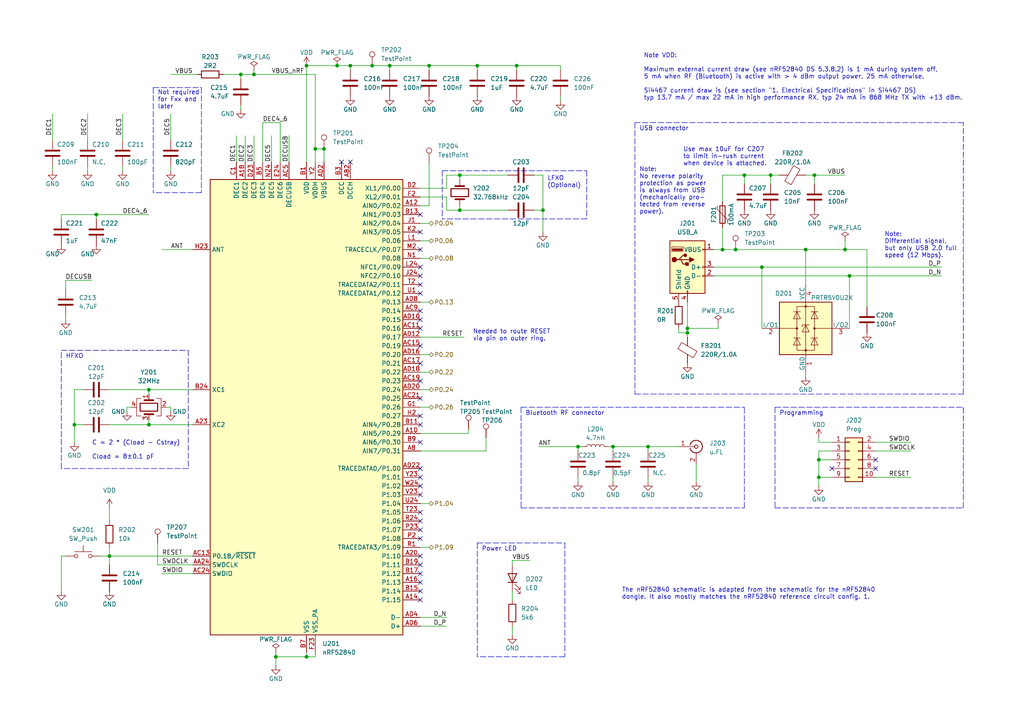
<source format=kicad_sch>
(kicad_sch (version 20211123) (generator eeschema)
  (paper "A4")
  (title_block (title "MCU"))
  (junction (at 88.9 190.5))
  (junction (at 27.94 62.23))
  (junction (at 73.66 21.59))
  (junction (at 113.03 19.05))
  (junction (at 209.55 72.39))
  (junction (at 133.35 50.8))
  (junction (at 149.86 19.05))
  (junction (at 246.38 80.01))
  (junction (at 80.01 190.5))
  (junction (at 69.85 21.59))
  (junction (at 236.22 50.8))
  (junction (at 93.98 43.18))
  (junction (at 215.9 50.8))
  (junction (at 31.75 161.29))
  (junction (at 245.11 72.39))
  (junction (at 88.9 19.05))
  (junction (at 199.39 96.52))
  (junction (at 157.48 60.96))
  (junction (at 43.18 123.19))
  (junction (at 21.59 123.19))
  (junction (at 101.6 19.05))
  (junction (at 124.46 19.05))
  (junction (at 138.43 19.05))
  (junction (at 223.52 50.8))
  (junction (at 43.18 113.03))
  (junction (at 199.39 95.25))
  (junction (at 167.64 129.54))
  (junction (at 133.35 60.96))
  (junction (at 237.49 133.35))
  (junction (at 213.36 72.39))
  (junction (at 107.95 19.05))
  (junction (at 233.68 72.39))
  (junction (at 187.96 129.54))
  (junction (at 91.44 43.18))
  (junction (at 177.8 129.54))
  (junction (at 237.49 138.43))
  (junction (at 220.98 77.47))
  (junction (at 97.79 19.05))
  (no_connect (at 121.92 138.43))
  (no_connect (at 101.6 46.99))
  (no_connect (at 121.92 72.39))
  (no_connect (at 121.92 163.83))
  (no_connect (at 121.92 95.25))
  (no_connect (at 121.92 151.13))
  (no_connect (at 121.92 148.59))
  (no_connect (at 121.92 166.37))
  (no_connect (at 121.92 105.41))
  (no_connect (at 121.92 67.31))
  (no_connect (at 121.92 62.23))
  (no_connect (at 121.92 143.51))
  (no_connect (at 121.92 110.49))
  (no_connect (at 121.92 173.99))
  (no_connect (at 121.92 85.09))
  (no_connect (at 121.92 80.01))
  (no_connect (at 121.92 77.47))
  (no_connect (at 121.92 82.55))
  (no_connect (at 121.92 156.21))
  (no_connect (at 121.92 161.29))
  (no_connect (at 121.92 115.57))
  (no_connect (at 121.92 153.67))
  (no_connect (at 254 135.89))
  (no_connect (at 254 133.35))
  (no_connect (at 241.3 135.89))
  (no_connect (at 121.92 135.89))
  (no_connect (at 121.92 171.45))
  (no_connect (at 99.06 46.99))
  (no_connect (at 121.92 140.97))
  (no_connect (at 121.92 90.17))
  (no_connect (at 121.92 123.19))
  (no_connect (at 121.92 92.71))
  (no_connect (at 121.92 128.27))
  (no_connect (at 121.92 120.65))
  (no_connect (at 121.92 100.33))
  (no_connect (at 121.92 168.91))
  (wire (pts (xy 157.48 60.96) (xy 157.48 67.31)))
  (wire (pts (xy 254 130.81) (xy 264.16 130.81)))
  (wire (pts (xy 121.92 57.15) (xy 129.54 57.15)))
  (wire (pts (xy 36.83 118.11) (xy 36.83 119.38)))
  (wire (pts (xy 167.64 130.81) (xy 167.64 129.54)))
  (wire (pts (xy 81.28 35.56) (xy 76.2 35.56)))
  (wire (pts (xy 148.59 162.56) (xy 153.67 162.56)))
  (wire (pts (xy 69.85 30.48) (xy 69.85 31.75)))
  (wire (pts (xy 19.05 83.82) (xy 19.05 81.28)))
  (wire (pts (xy 215.9 53.34) (xy 215.9 50.8)))
  (polyline (pts (xy 128.27 49.53) (xy 170.18 49.53)))
  (wire (pts (xy 45.72 163.83) (xy 55.88 163.83)))
  (wire (pts (xy 124.46 19.05) (xy 138.43 19.05)))
  (wire (pts (xy 207.01 72.39) (xy 209.55 72.39)))
  (polyline (pts (xy 279.4 35.56) (xy 184.15 35.56)))
  (wire (pts (xy 91.44 189.23) (xy 91.44 190.5)))
  (wire (pts (xy 187.96 129.54) (xy 187.96 130.81)))
  (wire (pts (xy 121.92 87.63) (xy 124.46 87.63)))
  (wire (pts (xy 15.24 33.02) (xy 15.24 40.64)))
  (wire (pts (xy 129.54 50.8) (xy 133.35 50.8)))
  (wire (pts (xy 80.01 190.5) (xy 88.9 190.5)))
  (wire (pts (xy 80.01 189.23) (xy 80.01 190.5)))
  (wire (pts (xy 45.72 163.83) (xy 45.72 157.48)))
  (polyline (pts (xy 58.42 25.4) (xy 58.42 55.88)))
  (wire (pts (xy 246.38 95.25) (xy 246.38 80.01)))
  (wire (pts (xy 71.12 39.37) (xy 71.12 46.99)))
  (polyline (pts (xy 163.83 190.5) (xy 138.43 190.5)))
  (polyline (pts (xy 184.15 35.56) (xy 184.15 114.3)))
  (wire (pts (xy 233.68 107.95) (xy 233.68 109.22)))
  (wire (pts (xy 148.59 171.45) (xy 148.59 173.99)))
  (polyline (pts (xy 54.61 101.6) (xy 54.61 135.89)))
  (polyline (pts (xy 128.27 49.53) (xy 128.27 63.5)))
  (wire (pts (xy 76.2 35.56) (xy 76.2 46.99)))
  (wire (pts (xy 49.53 118.11) (xy 48.26 118.11)))
  (wire (pts (xy 43.18 121.92) (xy 43.18 123.19)))
  (polyline (pts (xy 224.79 147.32) (xy 279.4 147.32)))
  (wire (pts (xy 17.78 171.45) (xy 17.78 161.29)))
  (polyline (pts (xy 224.79 118.11) (xy 224.79 147.32)))
  (wire (pts (xy 49.53 48.26) (xy 49.53 49.53)))
  (wire (pts (xy 246.38 80.01) (xy 273.05 80.01)))
  (wire (pts (xy 19.05 81.28) (xy 26.67 81.28)))
  (polyline (pts (xy 224.79 118.11) (xy 279.4 118.11)))
  (polyline (pts (xy 17.78 101.6) (xy 54.61 101.6)))
  (wire (pts (xy 254 128.27) (xy 264.16 128.27)))
  (wire (pts (xy 187.96 129.54) (xy 196.85 129.54)))
  (polyline (pts (xy 44.45 25.4) (xy 44.45 55.88)))
  (wire (pts (xy 93.98 43.18) (xy 91.44 43.18)))
  (wire (pts (xy 236.22 50.8) (xy 236.22 53.34)))
  (wire (pts (xy 245.11 69.85) (xy 245.11 72.39)))
  (polyline (pts (xy 279.4 147.32) (xy 279.4 118.11)))
  (wire (pts (xy 121.92 179.07) (xy 129.54 179.07)))
  (wire (pts (xy 135.89 125.73) (xy 135.89 124.46)))
  (polyline (pts (xy 138.43 157.48) (xy 138.43 190.5)))
  (wire (pts (xy 129.54 60.96) (xy 133.35 60.96)))
  (wire (pts (xy 148.59 181.61) (xy 148.59 184.15)))
  (wire (pts (xy 121.92 74.93) (xy 124.46 74.93)))
  (wire (pts (xy 241.3 133.35) (xy 237.49 133.35)))
  (wire (pts (xy 49.53 33.02) (xy 49.53 40.64)))
  (wire (pts (xy 31.75 113.03) (xy 43.18 113.03)))
  (wire (pts (xy 121.92 59.69) (xy 124.46 59.69)))
  (wire (pts (xy 176.53 129.54) (xy 177.8 129.54)))
  (wire (pts (xy 24.13 113.03) (xy 21.59 113.03)))
  (wire (pts (xy 149.86 19.05) (xy 162.56 19.05)))
  (wire (pts (xy 49.53 119.38) (xy 49.53 118.11)))
  (wire (pts (xy 64.77 21.59) (xy 69.85 21.59)))
  (wire (pts (xy 162.56 27.94) (xy 162.56 29.21)))
  (wire (pts (xy 43.18 113.03) (xy 55.88 113.03)))
  (wire (pts (xy 207.01 77.47) (xy 220.98 77.47)))
  (wire (pts (xy 35.56 33.02) (xy 35.56 40.64)))
  (wire (pts (xy 73.66 39.37) (xy 73.66 46.99)))
  (wire (pts (xy 177.8 139.7) (xy 177.8 138.43)))
  (wire (pts (xy 17.78 62.23) (xy 27.94 62.23)))
  (wire (pts (xy 17.78 62.23) (xy 17.78 63.5)))
  (wire (pts (xy 162.56 20.32) (xy 162.56 19.05)))
  (wire (pts (xy 233.68 72.39) (xy 245.11 72.39)))
  (wire (pts (xy 121.92 102.87) (xy 124.46 102.87)))
  (wire (pts (xy 121.92 113.03) (xy 124.46 113.03)))
  (wire (pts (xy 91.44 190.5) (xy 88.9 190.5)))
  (wire (pts (xy 21.59 123.19) (xy 21.59 128.27)))
  (polyline (pts (xy 138.43 157.48) (xy 163.83 157.48)))
  (wire (pts (xy 21.59 113.03) (xy 21.59 123.19)))
  (wire (pts (xy 121.92 130.81) (xy 140.97 130.81)))
  (polyline (pts (xy 54.61 135.89) (xy 17.78 135.89)))
  (wire (pts (xy 209.55 50.8) (xy 215.9 50.8)))
  (wire (pts (xy 233.68 82.55) (xy 233.68 72.39)))
  (wire (pts (xy 133.35 50.8) (xy 133.35 52.07)))
  (wire (pts (xy 88.9 189.23) (xy 88.9 190.5)))
  (wire (pts (xy 38.1 118.11) (xy 36.83 118.11)))
  (wire (pts (xy 101.6 19.05) (xy 107.95 19.05)))
  (wire (pts (xy 209.55 72.39) (xy 213.36 72.39)))
  (wire (pts (xy 31.75 147.32) (xy 31.75 151.13)))
  (wire (pts (xy 113.03 19.05) (xy 113.03 20.32)))
  (wire (pts (xy 121.92 107.95) (xy 124.46 107.95)))
  (wire (pts (xy 25.4 33.02) (xy 25.4 40.64)))
  (wire (pts (xy 107.95 19.05) (xy 113.03 19.05)))
  (wire (pts (xy 199.39 95.25) (xy 199.39 96.52)))
  (wire (pts (xy 31.75 158.75) (xy 31.75 161.29)))
  (polyline (pts (xy 151.13 118.11) (xy 151.13 147.32)))
  (wire (pts (xy 121.92 69.85) (xy 124.46 69.85)))
  (wire (pts (xy 93.98 46.99) (xy 93.98 43.18)))
  (wire (pts (xy 35.56 48.26) (xy 35.56 49.53)))
  (wire (pts (xy 49.53 21.59) (xy 57.15 21.59)))
  (wire (pts (xy 97.79 19.05) (xy 101.6 19.05)))
  (wire (pts (xy 129.54 57.15) (xy 129.54 60.96)))
  (wire (pts (xy 245.11 72.39) (xy 251.46 72.39)))
  (wire (pts (xy 199.39 96.52) (xy 199.39 97.79)))
  (wire (pts (xy 27.94 62.23) (xy 27.94 63.5)))
  (wire (pts (xy 73.66 20.32) (xy 73.66 21.59)))
  (wire (pts (xy 148.59 163.83) (xy 148.59 162.56)))
  (wire (pts (xy 133.35 60.96) (xy 133.35 59.69)))
  (wire (pts (xy 80.01 190.5) (xy 80.01 193.04)))
  (wire (pts (xy 157.48 50.8) (xy 157.48 60.96)))
  (wire (pts (xy 140.97 130.81) (xy 140.97 127)))
  (wire (pts (xy 43.18 114.3) (xy 43.18 113.03)))
  (wire (pts (xy 21.59 123.19) (xy 24.13 123.19)))
  (wire (pts (xy 213.36 72.39) (xy 233.68 72.39)))
  (wire (pts (xy 237.49 130.81) (xy 237.49 133.35)))
  (wire (pts (xy 69.85 21.59) (xy 73.66 21.59)))
  (wire (pts (xy 133.35 60.96) (xy 147.32 60.96)))
  (wire (pts (xy 81.28 46.99) (xy 81.28 35.56)))
  (polyline (pts (xy 151.13 118.11) (xy 215.9 118.11)))
  (wire (pts (xy 121.92 64.77) (xy 124.46 64.77)))
  (wire (pts (xy 177.8 129.54) (xy 187.96 129.54)))
  (wire (pts (xy 121.92 146.05) (xy 124.46 146.05)))
  (wire (pts (xy 124.46 19.05) (xy 124.46 20.32)))
  (wire (pts (xy 121.92 54.61) (xy 129.54 54.61)))
  (wire (pts (xy 215.9 50.8) (xy 223.52 50.8)))
  (wire (pts (xy 101.6 19.05) (xy 101.6 20.32)))
  (wire (pts (xy 91.44 21.59) (xy 91.44 43.18)))
  (wire (pts (xy 124.46 59.69) (xy 124.46 46.99)))
  (wire (pts (xy 69.85 21.59) (xy 69.85 22.86)))
  (wire (pts (xy 133.35 50.8) (xy 147.32 50.8)))
  (wire (pts (xy 68.58 39.37) (xy 68.58 46.99)))
  (wire (pts (xy 73.66 21.59) (xy 91.44 21.59)))
  (wire (pts (xy 236.22 50.8) (xy 245.11 50.8)))
  (wire (pts (xy 15.24 48.26) (xy 15.24 49.53)))
  (wire (pts (xy 88.9 19.05) (xy 97.79 19.05)))
  (wire (pts (xy 129.54 54.61) (xy 129.54 50.8)))
  (polyline (pts (xy 279.4 114.3) (xy 279.4 35.56)))
  (polyline (pts (xy 58.42 55.88) (xy 44.45 55.88)))
  (wire (pts (xy 91.44 43.18) (xy 91.44 46.99)))
  (wire (pts (xy 43.18 123.19) (xy 31.75 123.19)))
  (wire (pts (xy 121.92 125.73) (xy 135.89 125.73)))
  (wire (pts (xy 27.94 62.23) (xy 43.18 62.23)))
  (wire (pts (xy 167.64 129.54) (xy 168.91 129.54)))
  (wire (pts (xy 149.86 20.32) (xy 149.86 19.05)))
  (wire (pts (xy 83.82 39.37) (xy 83.82 46.99)))
  (wire (pts (xy 209.55 50.8) (xy 209.55 58.42)))
  (wire (pts (xy 29.21 161.29) (xy 31.75 161.29)))
  (wire (pts (xy 121.92 118.11) (xy 124.46 118.11)))
  (polyline (pts (xy 44.45 25.4) (xy 58.42 25.4)))
  (wire (pts (xy 223.52 50.8) (xy 226.06 50.8)))
  (wire (pts (xy 149.86 19.05) (xy 138.43 19.05)))
  (polyline (pts (xy 170.18 63.5) (xy 128.27 63.5)))
  (wire (pts (xy 31.75 161.29) (xy 55.88 161.29)))
  (wire (pts (xy 207.01 80.01) (xy 246.38 80.01)))
  (wire (pts (xy 46.99 166.37) (xy 55.88 166.37)))
  (wire (pts (xy 43.18 123.19) (xy 55.88 123.19)))
  (wire (pts (xy 121.92 158.75) (xy 124.46 158.75)))
  (wire (pts (xy 88.9 19.05) (xy 88.9 46.99)))
  (wire (pts (xy 121.92 97.79) (xy 134.62 97.79)))
  (wire (pts (xy 167.64 139.7) (xy 167.64 138.43)))
  (wire (pts (xy 237.49 138.43) (xy 241.3 138.43)))
  (wire (pts (xy 233.68 50.8) (xy 236.22 50.8)))
  (wire (pts (xy 237.49 133.35) (xy 237.49 138.43)))
  (wire (pts (xy 199.39 95.25) (xy 208.28 95.25)))
  (polyline (pts (xy 170.18 49.53) (xy 170.18 63.5)))
  (wire (pts (xy 209.55 66.04) (xy 209.55 72.39)))
  (wire (pts (xy 78.74 39.37) (xy 78.74 46.99)))
  (wire (pts (xy 157.48 60.96) (xy 154.94 60.96)))
  (wire (pts (xy 223.52 50.8) (xy 223.52 53.34)))
  (wire (pts (xy 187.96 139.7) (xy 187.96 138.43)))
  (wire (pts (xy 201.93 134.62) (xy 201.93 139.7)))
  (wire (pts (xy 254 138.43) (xy 264.16 138.43)))
  (wire (pts (xy 196.85 95.25) (xy 196.85 96.52)))
  (wire (pts (xy 138.43 19.05) (xy 138.43 20.32)))
  (wire (pts (xy 25.4 48.26) (xy 25.4 49.53)))
  (wire (pts (xy 121.92 181.61) (xy 129.54 181.61)))
  (wire (pts (xy 220.98 77.47) (xy 273.05 77.47)))
  (wire (pts (xy 237.49 127) (xy 237.49 128.27)))
  (wire (pts (xy 31.75 161.29) (xy 31.75 163.83)))
  (wire (pts (xy 220.98 95.25) (xy 220.98 77.47)))
  (wire (pts (xy 17.78 161.29) (xy 19.05 161.29)))
  (wire (pts (xy 251.46 72.39) (xy 251.46 88.9)))
  (polyline (pts (xy 215.9 147.32) (xy 215.9 118.11)))
  (wire (pts (xy 208.28 93.98) (xy 208.28 95.25)))
  (wire (pts (xy 156.21 129.54) (xy 167.64 129.54)))
  (wire (pts (xy 177.8 129.54) (xy 177.8 130.81)))
  (wire (pts (xy 196.85 96.52) (xy 199.39 96.52)))
  (wire (pts (xy 113.03 19.05) (xy 124.46 19.05)))
  (wire (pts (xy 154.94 50.8) (xy 157.48 50.8)))
  (wire (pts (xy 199.39 87.63) (xy 199.39 95.25)))
  (wire (pts (xy 46.99 72.39) (xy 55.88 72.39)))
  (polyline (pts (xy 184.15 114.3) (xy 279.4 114.3)))
  (wire (pts (xy 237.49 140.97) (xy 237.49 138.43)))
  (wire (pts (xy 19.05 91.44) (xy 19.05 92.71)))
  (polyline (pts (xy 163.83 157.48) (xy 163.83 190.5)))
  (wire (pts (xy 241.3 130.81) (xy 237.49 130.81)))
  (polyline (pts (xy 17.78 135.89) (xy 17.78 101.6)))
  (wire (pts (xy 237.49 128.27) (xy 241.3 128.27)))
  (polyline (pts (xy 151.13 147.32) (xy 215.9 147.32)))
  (text "Programming" (at 226.06 120.65 0) (effects (font (size 1.27 1.27)) (justify left bottom)))
  (text "USB connector" (at 185.42 38.1 0) (effects (font (size 1.27 1.27)) (justify left bottom)))
  (text "C = 2 * (Cload - Cstray)\n\nCload = 8±0.1 pF" (at 26.67 133.35 0) (effects (font (size 1.27 1.27)) (justify left bottom)))
  (text "Note VDD:\n\nMaximum external current draw (see nRF52840 DS 5.3.8.2) is 1 mA during system off, \n5 mA when RF (Bluetooth) is active with > 4 dBm output power, 25 mA otherwise.\n\nSi4467 current draw is (see section \"1. Electrical Specifications\" in Si4467 DS) \ntyp 13.7 mA / max 22 mA in high performance RX, typ 24 mA in 868 MHz TX with +13 dBm." (at 186.69 29.21 0) (effects (font (size 1.27 1.27)) (justify left bottom)))
  (text "Not required\nfor Fxx and\nlater" (at 45.72 31.75 0) (effects (font (size 1.27 1.27)) (justify left bottom)))
  (text "The nRF52840 schematic is adapted from the schematic for the nRF52840\ndongle. It also mostly matches the nRF52840 reference circuit config. 1." (at 180.34 173.99 0) (effects (font (size 1.27 1.27)) (justify left bottom)))
  (text "HFXO" (at 19.05 104.14 0) (effects (font (size 1.27 1.27)) (justify left bottom)))
  (text "Note:\nNo reverse polarity\nprotection as power\nis always from USB\n(mechanically pro-\ntected from reverse\npower)." (at 185.42 62.23 0) (effects (font (size 1.27 1.27)) (justify left bottom)))
  (text "Power LED" (at 139.7 160.02 0) (effects (font (size 1.27 1.27)) (justify left bottom)))
  (text "LFXO\n(Optional)" (at 158.75 54.61 0) (effects (font (size 1.27 1.27)) (justify left bottom)))
  (text "Note:\nDifferential signal,\nbut only USB 2.0 full\nspeed (12 Mbps)." (at 256.54 74.93 0) (effects (font (size 1.27 1.27)) (justify left bottom)))
  (text "Bluetooth RF connector" (at 152.4 120.65 0) (effects (font (size 1.27 1.27)) (justify left bottom)))
  (text "Needed to route RESET\nvia pin on outer ring." (at 137.16 99.06 0) (effects (font (size 1.27 1.27)) (justify left bottom)))
  (text "Use max 10uF for C207\nto limit in-rush current\nwhen device is attached." (at 198.12 48.26 0) (effects (font (size 1.27 1.27)) (justify left bottom)))
  (label "ANT" (at 49.53 72.39 0))
  (label "DEC2" (at 71.12 46.99 90))
  (label "D_N" (at 125.73 179.07 0))
  (label "ANT" (at 156.21 129.54 0))
  (label "DEC5" (at 49.53 39.37 90))
  (label "VBUS_nRF" (at 78.74 21.59 0))
  (label "RESET" (at 128.27 97.79 0))
  (label "VBUS" (at 50.8 21.59 0))
  (label "D_P" (at 269.24 77.47 0))
  (label "D_N" (at 269.24 80.01 0))
  (label "SWDCLK" (at 257.81 130.81 0))
  (label "D_P" (at 125.73 181.61 0))
  (label "DEC4_6" (at 76.2 35.56 0))
  (label "DEC2" (at 25.4 39.37 90))
  (label "DEC4_6" (at 35.56 62.23 0))
  (label "DEC3" (at 73.66 46.99 90))
  (label "RESET" (at 257.81 138.43 0))
  (label "VBUS" (at 240.03 50.8 0))
  (label "DEC1" (at 68.58 46.99 90))
  (label "RESET" (at 46.99 161.29 0))
  (label "SWDIO" (at 46.99 166.37 0))
  (label "DEC5" (at 78.74 46.99 90))
  (label "DECUSB" (at 26.67 81.28 180))
  (label "SWDCLK" (at 46.99 163.83 0))
  (label "DECUSB" (at 83.82 46.99 90))
  (label "DEC1" (at 15.24 39.37 90))
  (label "SWDIO" (at 257.81 128.27 0))
  (label "VBUS" (at 148.59 162.56 0))
  (label "DEC3" (at 35.56 39.37 90))
  (hierarchical_label "P1.09" (shape bidirectional) (at 124.46 158.75 0))
  (hierarchical_label "P1.04" (shape bidirectional) (at 124.46 146.05 0))
  (hierarchical_label "P0.26" (shape bidirectional) (at 124.46 118.11 0))
  (hierarchical_label "P0.13" (shape bidirectional) (at 124.46 87.63 0))
  (hierarchical_label "P0.08" (shape bidirectional) (at 124.46 74.93 0))
  (hierarchical_label "P0.22" (shape bidirectional) (at 124.46 107.95 0))
  (hierarchical_label "P0.20" (shape bidirectional) (at 124.46 102.87 0))
  (hierarchical_label "P0.04" (shape bidirectional) (at 124.46 64.77 0))
  (hierarchical_label "P0.06" (shape bidirectional) (at 124.46 69.85 0))
  (hierarchical_label "P0.24" (shape bidirectional) (at 124.46 113.03 0))
  (symbol (lib_id "Device:Polyfuse") (at 209.55 62.23 0) (unit 1)
    (property "Reference" "F201" (at 207.01 62.23 90))
    (property "Value" "100mA" (at 212.09 62.23 90))
    (property "Footprint" "Fuse:Fuse_0603_1608Metric" (effects hide))
    (property "Datasheet" "https://datasheet.lcsc.com/lcsc/1809211423_TECHFUSE-SMD0603-010_C70047.pdf" (effects hide))
    (property "Description" "15V 100mA 40A 300mA 0603" (effects hide))
    (property "LCSC" "C70047" (effects hide))
    (property "Manufacturer" "TECHFUSE" (effects hide))
    (property "Part Number" "SMD0603-010" (effects hide))
    (property "Comment" "100mA is max we are allowed to draw without negatiation; host side should also have a fuse (at higher current)." (effects hide))
  )
  (symbol (lib_id "power:GND") (at 25.4 49.53 0) (unit 1)
    (property "Reference" "#PWR0214" (effects hide))
    (property "Value" "GND" (at 25.4 53.34 0))
  )
  (symbol (lib_id "Device:R") (at 60.96 21.59 90) (unit 1)
    (property "Reference" "R203" (at 60.96 16.51 90))
    (property "Value" "2R2" (at 60.96 19.05 90))
    (property "Footprint" "Resistor_SMD:R_0201_0603Metric" (effects hide))
    (property "LCSC" "C247442" (effects hide))
    (property "Manufacturer" "Uniroyal Elec" (effects hide))
    (property "Part Number" "0201WMF220KTCE" (effects hide))
  )
  (symbol (lib_id "Device:C") (at 31.75 167.64 0) (unit 1)
    (property "Reference" "C214" (at 35.56 166.3699 0) (effects (justify left)))
    (property "Value" "100nF" (at 35.56 168.9099 0) (effects (justify left)))
    (property "Footprint" "Capacitor_SMD:C_0201_0603Metric" (effects hide))
    (property "Description" "25V 100nF X5R ±10% 0201" (effects hide))
    (property "LCSC" "C76939" (effects hide))
    (property "Manufacturer" "Murata Electronics" (effects hide))
    (property "Part Number" "GRM033R61E104KE14D" (effects hide))
  )
  (symbol (lib_id "Device:R") (at 31.75 154.94 0) (unit 1)
    (property "Reference" "R202" (at 34.29 153.6699 0) (effects (justify left)))
    (property "Value" "10k" (at 34.29 156.2099 0) (effects (justify left)))
    (property "Footprint" "Resistor_SMD:R_0402_1005Metric" (effects hide))
    (property "Comment" "JLCPCB basic part" (effects hide))
    (property "LCSC" "C25744" (effects hide))
    (property "Manufacturer" "Uniroyal Elec" (effects hide))
    (property "Part Number" "0402WGF1002TCE" (effects hide))
  )
  (symbol (lib_id "Connector:TestPoint") (at 107.95 19.05 0) (unit 1)
    (property "Reference" "TP202" (at 110.49 14.4779 0) (effects (justify left)))
    (property "Value" "TestPoint" (at 110.49 17.0179 0) (effects (justify left)))
    (property "Footprint" "TestPoint:TestPoint_Pad_D1.0mm" (effects hide))
  )
  (symbol (lib_id "Device:C") (at 69.85 26.67 0) (unit 1)
    (property "Reference" "C215" (at 60.96 25.4 0) (effects (justify left)))
    (property "Value" "4.7uF" (at 60.96 27.94 0) (effects (justify left)))
    (property "Footprint" "Capacitor_SMD:C_0402_1005Metric" (effects hide))
    (property "Comment" "JLCPCB basic part; nRF52 dongle has ±20% 0402 here" (effects hide))
    (property "Description" "10V 4.7uF X5R ±20% 0402" (effects hide))
    (property "LCSC" "C23733" (effects hide))
    (property "Manufacturer" "Samsung Electro-Mechanics" (effects hide))
    (property "Part Number" "CL05A475MP5NRNC" (effects hide))
  )
  (symbol (lib_id "power:GND") (at 148.59 184.15 0) (unit 1)
    (property "Reference" "#PWR0235" (effects hide))
    (property "Value" "GND" (at 148.59 187.96 0))
  )
  (symbol (lib_id "power:GND") (at 113.03 27.94 0) (unit 1)
    (property "Reference" "#PWR0223" (effects hide))
    (property "Value" "GND" (at 113.03 31.75 0))
  )
  (symbol (lib_id "power:GND") (at 36.83 119.38 0) (unit 1)
    (property "Reference" "#PWR0202" (effects hide))
    (property "Value" "GND" (at 34.29 119.38 0))
  )
  (symbol (lib_id "Device:FerriteBead") (at 199.39 101.6 0) (unit 1)
    (property "Reference" "FB201" (at 203.2 100.2791 0) (effects (justify left)))
    (property "Value" "220R/1.0A" (at 203.2 102.8191 0) (effects (justify left)))
    (property "Footprint" "Resistor_SMD:R_0402_1005Metric" (effects hide))
    (property "Datasheet" "https://datasheet.lcsc.com/lcsc/1811141857_microgate-MGLB1005M221T1R0-LF_C281196.pdf" (effects hide))
    (property "Comment" "nRF52 dongle uses Taiyo Yuden BKP0603HS121-T: Ferrite Bead, 120 Ohm @ 100MHz, 850mA, 150 mOhm Max" (effects hide))
    (property "Description" "220 Ω @ 100 MHz, 1000 mA, 150 mΩ max" (effects hide))
    (property "LCSC" "C281196" (effects hide))
    (property "Manufacturer" "microgate" (effects hide))
    (property "Part Number" "MGLB1005M221T1R0-LF " (effects hide))
  )
  (symbol (lib_id "Device:C") (at 162.56 24.13 0) (unit 1)
    (property "Reference" "C226" (at 166.37 22.8599 0) (effects (justify left)))
    (property "Value" "100nF" (at 166.37 25.3999 0) (effects (justify left)))
    (property "Footprint" "Capacitor_SMD:C_0201_0603Metric" (effects hide))
    (property "Description" "25V 100nF X5R ±10% 0201" (effects hide))
    (property "LCSC" "C76939" (effects hide))
    (property "Manufacturer" "Murata Electronics" (effects hide))
    (property "Part Number" "GRM033R61E104KE14D" (effects hide))
  )
  (symbol (lib_id "Device:C") (at 177.8 134.62 0) (unit 1)
    (property "Reference" "C224" (at 177.8 132.08 0) (effects (justify left)))
    (property "Value" "0.5pF" (at 177.8 137.16 0) (effects (justify left)))
    (property "Footprint" "Capacitor_SMD:C_0201_0603Metric" (effects hide))
    (property "LCSC" "C85920" (effects hide))
    (property "Manufacturer" "Murata Electronics" (effects hide))
    (property "Part Number" "GRM0335C1HR50BA01D" (effects hide))
    (property "Description" "50V 0.5pF C0G ±0.1pF 0201" (effects hide))
  )
  (symbol (lib_id "power:GND") (at 35.56 49.53 0) (unit 1)
    (property "Reference" "#PWR0217" (effects hide))
    (property "Value" "GND" (at 35.56 53.34 0))
  )
  (symbol (lib_id "power:GND") (at 124.46 27.94 0) (unit 1)
    (property "Reference" "#PWR0224" (effects hide))
    (property "Value" "GND" (at 124.46 31.75 0))
  )
  (symbol (lib_id "Device:C") (at 19.05 87.63 180) (unit 1)
    (property "Reference" "C213" (at 22.86 86.3599 0) (effects (justify right)))
    (property "Value" "4.7uF" (at 22.86 88.8999 0) (effects (justify right)))
    (property "Footprint" "Capacitor_SMD:C_0603_1608Metric" (effects hide))
    (property "Comment" "JLCPCB basic part; nRF52 dongle has ±10% 0603 here" (effects hide))
    (property "LCSC" "C19666" (effects hide))
    (property "Manufacturer" "Samsung Electro-Mechanics" (effects hide))
    (property "Part Number" "CL10A475KO8NNNC" (effects hide))
    (property "Description" "16V 4.7uF X5R ±10% 0603" (effects hide))
  )
  (symbol (lib_id "power:VDD") (at 88.9 19.05 0) (unit 1)
    (property "Reference" "#PWR0220" (effects hide))
    (property "Value" "VDD" (at 88.9 15.24 0))
  )
  (symbol (lib_id "Device:C") (at 236.22 57.15 0) (unit 1)
    (property "Reference" "C206" (at 240.03 55.8799 0) (effects (justify left)))
    (property "Value" "100nF" (at 240.03 58.4199 0) (effects (justify left)))
    (property "Footprint" "Capacitor_SMD:C_0201_0603Metric" (effects hide))
    (property "Description" "25V 100nF X5R ±10% 0201" (effects hide))
    (property "LCSC" "C76939" (effects hide))
    (property "Manufacturer" "Murata Electronics" (effects hide))
    (property "Part Number" "GRM033R61E104KE14D" (effects hide))
  )
  (symbol (lib_id "power:GND") (at 149.86 27.94 0) (unit 1)
    (property "Reference" "#PWR0229" (effects hide))
    (property "Value" "GND" (at 149.86 31.75 0))
  )
  (symbol (lib_id "Device:Crystal_GND24") (at 43.18 118.11 270) (unit 1)
    (property "Reference" "Y201" (at 43.18 107.95 90))
    (property "Value" "32MHz" (at 43.18 110.49 90))
    (property "Footprint" "Crystal:Crystal_SMD_2016-4Pin_2.0x1.6mm" (effects hide))
    (property "Datasheet" "https://www.murata.com/products/productdata/8801079197726/SPEC-XRCGB32M000F1H01R0.pdf" (effects hide))
    (property "LCSC" "C914155" (effects hide))
    (property "Manufacturer" "Murata" (effects hide))
    (property "Part Number" "XRCGB32M000F1H01R0 " (effects hide))
  )
  (symbol (lib_id "power:GND") (at 101.6 27.94 0) (unit 1)
    (property "Reference" "#PWR0222" (effects hide))
    (property "Value" "GND" (at 101.6 31.75 0))
  )
  (symbol (lib_id "Device:C") (at 49.53 44.45 0) (unit 1)
    (property "Reference" "C212" (at 50.8 41.91 0) (effects (justify left)))
    (property "Value" "820pF" (at 50.8 46.99 0) (effects (justify left)))
    (property "Footprint" "Capacitor_SMD:C_0201_0603Metric" (effects hide))
    (property "Comment" "Not required for nRF52840 Fxx and later" (effects hide))
    (property "Description" "25V 820pF X7R ±10% 0201" (effects hide))
    (property "LCSC" "C185597" (effects hide))
    (property "Manufacturer" "Murata Electronics" (effects hide))
    (property "Part Number" "GRM033R71E821KA01D" (effects hide))
  )
  (symbol (lib_id "power:GND") (at 187.96 139.7 0) (unit 1)
    (property "Reference" "#PWR0232" (effects hide))
    (property "Value" "GND" (at 187.96 143.51 0))
  )
  (symbol (lib_id "power:GND") (at 237.49 140.97 0) (unit 1)
    (property "Reference" "#PWR0234" (effects hide))
    (property "Value" "GND" (at 237.49 144.78 0))
  )
  (symbol (lib_id "Device:C") (at 113.03 24.13 0) (unit 1)
    (property "Reference" "C217" (at 116.84 22.8599 0) (effects (justify left)))
    (property "Value" "100nF" (at 116.84 25.3999 0) (effects (justify left)))
    (property "Footprint" "Capacitor_SMD:C_0201_0603Metric" (effects hide))
    (property "Description" "25V 100nF X5R ±10% 0201" (effects hide))
    (property "LCSC" "C76939" (effects hide))
    (property "Manufacturer" "Murata Electronics" (effects hide))
    (property "Part Number" "GRM033R61E104KE14D" (effects hide))
  )
  (symbol (lib_id "Device:C") (at 27.94 67.31 0) (unit 1) (in_bom no)
    (property "Reference" "C222" (at 29.21 64.77 0) (effects (justify left)))
    (property "Value" "47nF" (at 29.21 69.85 0) (effects (justify left)))
    (property "Footprint" "Capacitor_SMD:C_0201_0603Metric" (effects hide))
    (property "Description" "6.3V 47nF X5R ±10% 0201" (effects hide))
    (property "LCSC" "C126621" (effects hide))
    (property "Manufacturer" "Murata Electronics" (effects hide))
    (property "Part Number" "GRT033R60J473KE01D" (effects hide))
    (property "Comment" "Exists in dongle schematic, but N.C. in reference circuit from datasheet. Only relevant for DCDC mode." (effects hide))
  )
  (symbol (lib_id "Device:C") (at 151.13 60.96 90) (unit 1)
    (property "Reference" "C204" (at 151.13 57.15 90))
    (property "Value" "12pF" (at 151.13 64.77 90))
    (property "Footprint" "Capacitor_SMD:C_0402_1005Metric" (effects hide))
    (property "Description" "50V 12pF C0G ±1% 0402" (effects hide))
    (property "LCSC" "C161304" (effects hide))
    (property "Manufacturer" "Murata Electronics" (effects hide))
    (property "Part Number" "GJM1555C1H120FB01D" (effects hide))
    (property "Comment" "Alternative at JLCPCB: C393682 / GCM1555C1H120FA16D" (effects hide))
  )
  (symbol (lib_id "power:PWR_FLAG") (at 73.66 20.32 0) (unit 1)
    (property "Reference" "#FLG0102" (effects hide))
    (property "Value" "PWR_FLAG" (at 73.66 16.51 0))
  )
  (symbol (lib_id "power:GND") (at 138.43 27.94 0) (unit 1)
    (property "Reference" "#PWR0226" (effects hide))
    (property "Value" "GND" (at 138.43 31.75 0))
  )
  (symbol (lib_id "power:GND") (at 21.59 128.27 0) (unit 1)
    (property "Reference" "#PWR0201" (effects hide))
    (property "Value" "GND" (at 21.59 132.08 0))
  )
  (symbol (lib_id "Connector_Generic:Conn_02x05_Odd_Even") (at 246.38 133.35 0) (unit 1)
    (property "Reference" "J202" (at 247.65 121.92 0))
    (property "Value" "Prog" (at 247.65 124.46 0))
    (property "Footprint" "Connector_PinHeader_1.27mm:PinHeader_2x05_P1.27mm_Vertical_SMD" (effects hide))
  )
  (symbol (lib_id "power:GND") (at 199.39 105.41 0) (unit 1)
    (property "Reference" "#PWR0205" (effects hide))
    (property "Value" "GND" (at 199.39 109.22 0))
  )
  (symbol (lib_id "Connector:TestPoint") (at 135.89 124.46 0) (unit 1)
    (property "Reference" "TP205" (at 133.35 119.38 0) (effects (justify left)))
    (property "Value" "TestPoint" (at 133.35 116.84 0) (effects (justify left)))
    (property "Footprint" "TestPoint:TestPoint_Pad_D1.0mm" (effects hide))
  )
  (symbol (lib_id "Device:C") (at 223.52 57.15 0) (unit 1)
    (property "Reference" "C205" (at 227.33 55.8799 0) (effects (justify left)))
    (property "Value" "10nF" (at 227.33 58.4199 0) (effects (justify left)))
    (property "Footprint" "Capacitor_SMD:C_0201_0603Metric" (effects hide))
    (property "Description" "25V 10nF X7R ±10% 0201" (effects hide))
    (property "LCSC" "C85930" (effects hide))
    (property "Manufacturer" "Murata Electronics" (effects hide))
    (property "Part Number" "GRM033R71E103KE14D" (effects hide))
  )
  (symbol (lib_id "power:GND") (at 201.93 139.7 0) (unit 1)
    (property "Reference" "#PWR0227" (effects hide))
    (property "Value" "GND" (at 201.93 143.51 0))
  )
  (symbol (lib_id "Device:C") (at 15.24 44.45 0) (unit 1)
    (property "Reference" "C209" (at 16.51 41.91 0) (effects (justify left)))
    (property "Value" "100nF" (at 16.51 46.99 0) (effects (justify left)))
    (property "Footprint" "Capacitor_SMD:C_0201_0603Metric" (effects hide))
    (property "Description" "25V 100nF X5R ±10% 0201" (effects hide))
    (property "LCSC" "C76939" (effects hide))
    (property "Manufacturer" "Murata Electronics" (effects hide))
    (property "Part Number" "GRM033R61E104KE14D" (effects hide))
  )
  (symbol (lib_id "power:PWR_FLAG") (at 208.28 93.98 0) (unit 1)
    (property "Reference" "#FLG0101" (effects hide))
    (property "Value" "PWR_FLAG" (at 208.28 90.17 0))
  )
  (symbol (lib_id "Device:C") (at 187.96 134.62 0) (unit 1) (in_bom no)
    (property "Reference" "C225" (at 187.96 132.08 0) (effects (justify left)))
    (property "Value" "N.C." (at 189.23 137.16 0) (effects (justify left)))
    (property "Footprint" "Capacitor_SMD:C_0201_0603Metric" (effects hide))
  )
  (symbol (lib_id "Device:C") (at 27.94 123.19 90) (unit 1)
    (property "Reference" "C202" (at 27.94 116.84 90))
    (property "Value" "12pF" (at 27.94 119.38 90))
    (property "Footprint" "Capacitor_SMD:C_0402_1005Metric" (effects hide))
    (property "Description" "50V 12pF C0G ±1% 0402" (effects hide))
    (property "LCSC" "C161304" (effects hide))
    (property "Manufacturer" "Murata Electronics" (effects hide))
    (property "Part Number" "GJM1555C1H120FB01D" (effects hide))
    (property "Comment" "Alternative at JLCPCB: C393682 / GCM1555C1H120FA16D" (effects hide))
  )
  (symbol (lib_id "Device:C") (at 151.13 50.8 270) (unit 1)
    (property "Reference" "C203" (at 151.13 46.99 90))
    (property "Value" "12pF" (at 151.13 54.61 90))
    (property "Footprint" "Capacitor_SMD:C_0402_1005Metric" (effects hide))
    (property "Description" "50V 12pF C0G ±1% 0402" (effects hide))
    (property "LCSC" "C161304" (effects hide))
    (property "Manufacturer" "Murata Electronics" (effects hide))
    (property "Part Number" "GJM1555C1H120FB01D" (effects hide))
    (property "Comment" "Alternative at JLCPCB: C393682 / GCM1555C1H120FA16D" (effects hide))
  )
  (symbol (lib_id "power:GND") (at 69.85 31.75 0) (unit 1)
    (property "Reference" "#PWR0219" (effects hide))
    (property "Value" "GND" (at 66.04 33.02 0))
  )
  (symbol (lib_id "Device:Crystal") (at 133.35 55.88 90) (unit 1)
    (property "Reference" "Y202" (at 137.16 54.6099 90) (effects (justify right)))
    (property "Value" "32.768kHz" (at 137.16 57.1499 90) (effects (justify right)))
    (property "Footprint" "Crystal:Crystal_SMD_3215-2Pin_3.2x1.5mm" (effects hide))
    (property "Datasheet" "https://datasheet.lcsc.com/lcsc/1810171817_Seiko-Epson-Q13FC1350000400_C32346.pdf" (effects hide))
    (property "Description" "32.768kHz SMD Crystal Resonator 12.5pF 70kΩ ±20ppm -40℃~+85℃ SMD3215-2P " (effects hide))
    (property "LCSC" "C32346" (effects hide))
    (property "Manufacturer" "Seiko Epson" (effects hide))
    (property "Part Number" "Q13FC1350000400" (effects hide))
  )
  (symbol (lib_id "Device:C") (at 17.78 67.31 0) (unit 1)
    (property "Reference" "C221" (at 19.05 64.77 0) (effects (justify left)))
    (property "Value" "1uF" (at 19.05 69.85 0) (effects (justify left)))
    (property "Footprint" "Capacitor_SMD:C_0603_1608Metric" (effects hide))
    (property "Description" "50V 1uF X5R ±10% 0603" (effects hide))
    (property "LCSC" "C15849" (effects hide))
    (property "Manufacturer" "Samsung Electro-Mechanics" (effects hide))
    (property "Part Number" "CL10A105KB8NNNC" (effects hide))
    (property "Comment" "JLCPCB basic part" (effects hide))
  )
  (symbol (lib_id "Connector:Conn_Coaxial") (at 201.93 129.54 0) (unit 1)
    (property "Reference" "J203" (at 205.74 128.5631 0) (effects (justify left)))
    (property "Value" "u.FL" (at 205.74 131.1031 0) (effects (justify left)))
    (property "Footprint" "Connector_Coaxial:U.FL_Hirose_U.FL-R-SMT-1_Vertical" (effects hide))
    (property "Datasheet" "https://datasheet.lcsc.com/lcsc/1811122108_HRS-Hirose-U-FL-R-SMT-1-10_C88373.pdf" (effects hide))
    (property "Description" "1.25mm -40℃~+90℃ 6GHz 50Ω" (effects hide))
    (property "LCSC" "C88373" (effects hide))
    (property "Manufacturer" "Hirose" (effects hide))
    (property "Part Number" "U.FL-R-SMT-1(10)" (effects hide))
  )
  (symbol (lib_id "Connector:TestPoint") (at 93.98 43.18 0) (unit 1)
    (property "Reference" "TP201" (at 96.52 38.6079 0) (effects (justify left)))
    (property "Value" "TestPoint" (at 96.52 41.1479 0) (effects (justify left)))
    (property "Footprint" "TestPoint:TestPoint_Pad_D1.0mm" (effects hide))
  )
  (symbol (lib_id "power:GND") (at 251.46 96.52 0) (unit 1)
    (property "Reference" "#PWR0209" (effects hide))
    (property "Value" "GND" (at 251.46 100.33 0))
  )
  (symbol (lib_id "Device:L") (at 172.72 129.54 90) (unit 1)
    (property "Reference" "L204" (at 172.72 124.46 90))
    (property "Value" "4.7nH" (at 172.72 127 90))
    (property "Footprint" "Inductor_SMD:L_0201_0603Metric" (effects hide))
    (property "Comment" "same part as nRF52 dongle" (effects hide))
    (property "Description" "350mA 4.7nH ±3% 400mΩ 0201" (effects hide))
    (property "LCSC" "C86126" (effects hide))
    (property "Manufacturer" "Murata Electronics" (effects hide))
    (property "Part Number" "LQP03TN4N7H02D" (effects hide))
  )
  (symbol (lib_id "Device:C") (at 251.46 92.71 0) (unit 1)
    (property "Reference" "C208" (at 254 91.44 0) (effects (justify left)))
    (property "Value" "100nF" (at 254 93.98 0) (effects (justify left)))
    (property "Footprint" "Capacitor_SMD:C_0201_0603Metric" (effects hide))
    (property "Description" "25V 100nF X5R ±10% 0201" (effects hide))
    (property "LCSC" "C76939" (effects hide))
    (property "Manufacturer" "Murata Electronics" (effects hide))
    (property "Part Number" "GRM033R61E104KE14D" (effects hide))
  )
  (symbol (lib_id "power:GND") (at 27.94 71.12 0) (unit 1)
    (property "Reference" "#PWR0228" (effects hide))
    (property "Value" "GND" (at 25.4 73.66 0))
  )
  (symbol (lib_id "Device:C") (at 215.9 57.15 0) (unit 1)
    (property "Reference" "C207" (at 217.17 54.61 0) (effects (justify left)))
    (property "Value" "4.7uF" (at 217.17 59.69 0) (effects (justify left)))
    (property "Footprint" "Capacitor_SMD:C_0402_1005Metric" (effects hide))
    (property "Comment" "JLCPCB basic part; nRF52 dongle has ±20% 0402 here" (effects hide))
    (property "Description" "10V 4.7uF X5R ±20% 0402" (effects hide))
    (property "LCSC" "C23733" (effects hide))
    (property "Manufacturer" "Samsung Electro-Mechanics" (effects hide))
    (property "Part Number" "CL05A475MP5NRNC" (effects hide))
  )
  (symbol (lib_id "power:GND") (at 80.01 193.04 0) (unit 1)
    (property "Reference" "#PWR0221" (effects hide))
    (property "Value" "GND" (at 80.01 196.85 0))
  )
  (symbol (lib_id "Connector:USB_A") (at 199.39 77.47 0) (unit 1)
    (property "Reference" "J201" (at 199.39 64.77 0))
    (property "Value" "USB_A" (at 199.39 67.31 0))
    (property "Footprint" "Connector_USB:USB_A_CNCTech_1001-011-01101_Horizontal" (effects hide))
    (property "Datasheet" "https://datasheet.lcsc.com/lcsc/2110151630_XKB-Connectivity-U217-041N-4BV81_C319178.pdf" (effects hide))
    (property "Comment" "Alternative at JLCPCB with same footprint: Molex 480371000 (C136456)" (effects hide))
    (property "LCSC" "C319178" (effects hide))
    (property "Manufacturer" "XKB Connectivity" (effects hide))
    (property "Part Number" "U217-041N-4BV81" (effects hide))
  )
  (symbol (lib_id "Switch:SW_Push") (at 24.13 161.29 0) (unit 1)
    (property "Reference" "SW201" (at 24.13 153.67 0))
    (property "Value" "SW_Push" (at 24.13 156.21 0))
    (property "Footprint" "Button_Switch_SMD:SW_SPST_PTS810" (effects hide))
    (property "Datasheet" "https://www.ckswitches.com/media/1476/pts810.pdf" (effects hide))
    (property "Manufacturer" "C&K" (effects hide))
    (property "Part Number" "PTS810 SJK 250 SMTR LFS" (effects hide))
    (property "LCSC" "C221896" (effects hide))
  )
  (symbol (lib_id "Connector:TestPoint") (at 124.46 46.99 0) (unit 1)
    (property "Reference" "TP204" (at 127 42.4179 0) (effects (justify left)))
    (property "Value" "TestPoint" (at 127 44.9579 0) (effects (justify left)))
    (property "Footprint" "TestPoint:TestPoint_Pad_D1.0mm" (effects hide))
  )
  (symbol (lib_id "power:PWR_FLAG") (at 245.11 69.85 0) (unit 1)
    (property "Reference" "#FLG0103" (effects hide))
    (property "Value" "PWR_FLAG" (at 245.11 66.04 0))
  )
  (symbol (lib_id "Device:C") (at 138.43 24.13 0) (unit 1)
    (property "Reference" "C219" (at 142.24 22.8599 0) (effects (justify left)))
    (property "Value" "1uF" (at 142.24 25.3999 0) (effects (justify left)))
    (property "Footprint" "Capacitor_SMD:C_0603_1608Metric" (effects hide))
    (property "Description" "50V 1uF X5R ±10% 0603" (effects hide))
    (property "LCSC" "C15849" (effects hide))
    (property "Manufacturer" "Samsung Electro-Mechanics" (effects hide))
    (property "Part Number" "CL10A105KB8NNNC" (effects hide))
    (property "Comment" "JLCPCB basic part" (effects hide))
  )
  (symbol (lib_id "power:VDD") (at 31.75 147.32 0) (unit 1)
    (property "Reference" "#PWR0215" (effects hide))
    (property "Value" "VDD" (at 31.75 142.24 0))
  )
  (symbol (lib_id "power:GND") (at 49.53 119.38 0) (unit 1)
    (property "Reference" "#PWR0203" (effects hide))
    (property "Value" "GND" (at 52.07 119.38 0))
  )
  (symbol (lib_id "Device:C") (at 101.6 24.13 0) (unit 1)
    (property "Reference" "C216" (at 105.41 22.8599 0) (effects (justify left)))
    (property "Value" "100nF" (at 105.41 25.3999 0) (effects (justify left)))
    (property "Footprint" "Capacitor_SMD:C_0201_0603Metric" (effects hide))
    (property "Description" "25V 100nF X5R ±10% 0201" (effects hide))
    (property "LCSC" "C76939" (effects hide))
    (property "Manufacturer" "Murata Electronics" (effects hide))
    (property "Part Number" "GRM033R61E104KE14D" (effects hide))
  )
  (symbol (lib_id "power:GND") (at 215.9 60.96 0) (unit 1)
    (property "Reference" "#PWR0207" (effects hide))
    (property "Value" "GND" (at 215.9 64.77 0))
  )
  (symbol (lib_id "Connector:TestPoint") (at 213.36 72.39 0) (unit 1)
    (property "Reference" "TP203" (at 215.9 67.8179 0) (effects (justify left)))
    (property "Value" "TestPoint" (at 215.9 70.3579 0) (effects (justify left)))
    (property "Footprint" "TestPoint:TestPoint_Pad_D1.0mm" (effects hide))
  )
  (symbol (lib_id "Connector:TestPoint") (at 140.97 127 0) (unit 1)
    (property "Reference" "TP206" (at 139.7 121.92 0) (effects (justify left)))
    (property "Value" "TestPoint" (at 139.7 119.38 0) (effects (justify left)))
    (property "Footprint" "TestPoint:TestPoint_Pad_D1.0mm" (effects hide))
  )
  (symbol (lib_id "power:GND") (at 233.68 109.22 0) (unit 1)
    (property "Reference" "#PWR0210" (effects hide))
    (property "Value" "GND" (at 233.68 113.03 0))
  )
  (symbol (lib_id "power:GND") (at 167.64 139.7 0) (unit 1)
    (property "Reference" "#PWR0230" (effects hide))
    (property "Value" "GND" (at 167.64 143.51 0))
  )
  (symbol (lib_id "Device:C") (at 167.64 134.62 0) (unit 1)
    (property "Reference" "C223" (at 167.64 132.08 0) (effects (justify left)))
    (property "Value" "0.8pF" (at 168.91 137.16 0) (effects (justify left)))
    (property "Footprint" "Capacitor_SMD:C_0201_0603Metric" (effects hide))
    (property "Description" "25V 0.8pF C0G ±0.1pF 0201" (effects hide))
    (property "LCSC" "C161294" (effects hide))
    (property "Manufacturer" "Murata Electronics" (effects hide))
    (property "Part Number" "GJM0335C1ER80BB01D" (effects hide))
  )
  (symbol (lib_id "power:PWR_FLAG") (at 97.79 19.05 0) (unit 1)
    (property "Reference" "#FLG0104" (effects hide))
    (property "Value" "PWR_FLAG" (at 97.79 15.24 0))
  )
  (symbol (lib_id "power:GND") (at 17.78 71.12 0) (unit 1)
    (property "Reference" "#PWR0225" (effects hide))
    (property "Value" "GND" (at 15.24 73.66 0))
  )
  (symbol (lib_id "power:VDD") (at 237.49 127 0) (unit 1)
    (property "Reference" "#PWR0113" (effects hide))
    (property "Value" "VDD" (at 237.49 123.19 0))
  )
  (symbol (lib_id "Device:C") (at 124.46 24.13 0) (unit 1)
    (property "Reference" "C218" (at 128.27 22.8599 0) (effects (justify left)))
    (property "Value" "100nF" (at 128.27 25.3999 0) (effects (justify left)))
    (property "Footprint" "Capacitor_SMD:C_0201_0603Metric" (effects hide))
    (property "Description" "25V 100nF X5R ±10% 0201" (effects hide))
    (property "LCSC" "C76939" (effects hide))
    (property "Manufacturer" "Murata Electronics" (effects hide))
    (property "Part Number" "GRM033R61E104KE14D" (effects hide))
  )
  (symbol (lib_id "Device:C") (at 27.94 113.03 90) (unit 1)
    (property "Reference" "C201" (at 27.94 106.68 90))
    (property "Value" "12pF" (at 27.94 109.22 90))
    (property "Footprint" "Capacitor_SMD:C_0402_1005Metric" (effects hide))
    (property "Description" "50V 12pF C0G ±1% 0402" (effects hide))
    (property "LCSC" "C161304" (effects hide))
    (property "Manufacturer" "Murata Electronics" (effects hide))
    (property "Part Number" "GJM1555C1H120FB01D" (effects hide))
    (property "Comment" "Alternative at JLCPCB: C393682 / GCM1555C1H120FA16D" (effects hide))
  )
  (symbol (lib_id "power:GND") (at 31.75 171.45 0) (unit 1)
    (property "Reference" "#PWR0216" (effects hide))
    (property "Value" "GND" (at 31.75 175.26 0))
  )
  (symbol (lib_id "Device:R") (at 148.59 177.8 0) (unit 1)
    (property "Reference" "R204" (at 151.13 176.5299 0) (effects (justify left)))
    (property "Value" "5k6" (at 151.13 179.0699 0) (effects (justify left)))
    (property "Footprint" "Resistor_SMD:R_0402_1005Metric" (effects hide))
    (property "Datasheet" "https://datasheet.lcsc.com/lcsc/2206010045_UNI-ROYAL-Uniroyal-Elec-0402WGF5601TCE_C25908.pdf" (effects hide))
    (property "Comment" "JLCPCB basic part" (effects hide))
    (property "Description" "62.5mW Thick Film Resistors 50V ±100ppm/℃ ±1% -55℃~+155℃ 5.6kΩ 0402 Chip Resistor" (effects hide))
    (property "LCSC" "C25908" (effects hide))
    (property "Manufacturer" "Uniroyal Elec" (effects hide))
    (property "Part Number" "0402WGF5601TCE" (effects hide))
  )
  (symbol (lib_id "power:GND") (at 177.8 139.7 0) (unit 1)
    (property "Reference" "#PWR0231" (effects hide))
    (property "Value" "GND" (at 177.8 143.51 0))
  )
  (symbol (lib_id "Device:R") (at 196.85 91.44 0) (unit 1)
    (property "Reference" "R201" (at 190.5 90.17 0) (effects (justify left)))
    (property "Value" "0R" (at 190.5 92.71 0) (effects (justify left)))
    (property "Footprint" "Resistor_SMD:R_0402_1005Metric" (effects hide))
    (property "Comment" "JLCPCB basic part" (effects hide))
    (property "LCSC" "C17168" (effects hide))
    (property "Manufacturer" "Uniroyal Elec" (effects hide))
    (property "Part Number" "0402WGF0000TCE" (effects hide))
  )
  (symbol (lib_id "power:GND") (at 223.52 60.96 0) (unit 1)
    (property "Reference" "#PWR0206" (effects hide))
    (property "Value" "GND" (at 223.52 64.77 0))
  )
  (symbol (lib_id "power:GND") (at 49.53 49.53 0) (unit 1)
    (property "Reference" "#PWR0218" (effects hide))
    (property "Value" "GND" (at 49.53 53.34 0))
  )
  (symbol (lib_id "power:GND") (at 157.48 67.31 0) (unit 1)
    (property "Reference" "#PWR0204" (effects hide))
    (property "Value" "GND" (at 157.48 71.12 0))
  )
  (symbol (lib_id "Connector:TestPoint") (at 45.72 157.48 0) (unit 1)
    (property "Reference" "TP207" (at 48.26 152.9079 0) (effects (justify left)))
    (property "Value" "TestPoint" (at 48.26 155.4479 0) (effects (justify left)))
    (property "Footprint" "TestPoint:TestPoint_Pad_D1.0mm" (effects hide))
  )
  (symbol (lib_id "Power_Protection:PRTR5V0U2X") (at 233.68 95.25 0) (unit 1)
    (property "Reference" "D201" (at 227.33 85.09 0))
    (property "Value" "PRTR5V0U2X" (at 241.3 86.36 0))
    (property "Footprint" "Package_TO_SOT_SMD:SOT-143" (effects hide))
    (property "Datasheet" "https://assets.nexperia.com/documents/data-sheet/PRTR5V0U2X.pdf" (effects hide))
    (property "LCSC" "C2827688" (effects hide))
    (property "Manufacturer" "TECH PUBLIC" (effects hide))
    (property "Part Number" "PRTR5V0U2X" (effects hide))
  )
  (symbol (lib_id "power:GND") (at 15.24 49.53 0) (unit 1)
    (property "Reference" "#PWR0212" (effects hide))
    (property "Value" "GND" (at 15.24 53.34 0))
  )
  (symbol (lib_id "Device:LED") (at 148.59 167.64 90) (unit 1)
    (property "Reference" "D202" (at 152.4 167.9574 90) (effects (justify right)))
    (property "Value" "LED" (at 152.4 170.4974 90) (effects (justify right)))
    (property "Footprint" "LED_SMD:LED_0805_2012Metric" (effects hide))
    (property "Datasheet" "https://datasheet.lcsc.com/lcsc/2008201032_Foshan-NationStar-Optoelectronics-NCD0805R1_C84256.pdf" (effects hide))
    (property "Comment" "JLCPCB basic part" (effects hide))
    (property "Description" "Red 0805 Light Emitting Diodes (LED) ROHS" (effects hide))
    (property "LCSC" "C84256" (effects hide))
    (property "Manufacturer" "Foshan NationStar Optoelectronics" (effects hide))
    (property "Part Number" "NCD0805R1" (effects hide))
  )
  (symbol (lib_id "Device:FerriteBead") (at 229.87 50.8 90) (unit 1)
    (property "Reference" "FB202" (at 229.87 44.45 90))
    (property "Value" "220R/1.0A" (at 229.87 46.99 90))
    (property "Footprint" "Resistor_SMD:R_0402_1005Metric" (effects hide))
    (property "Datasheet" "https://datasheet.lcsc.com/lcsc/1811141857_microgate-MGLB1005M221T1R0-LF_C281196.pdf" (effects hide))
    (property "Comment" "nRF52 dongle uses Taiyo Yuden BKP0603HS121-T: Ferrite Bead, 120 Ohm @ 100MHz, 850mA, 150 mOhm Max" (effects hide))
    (property "Description" "220 Ω @ 100 MHz, 1000 mA, 150 mΩ max" (effects hide))
    (property "LCSC" "C281196" (effects hide))
    (property "Manufacturer" "microgate" (effects hide))
    (property "Part Number" "MGLB1005M221T1R0-LF " (effects hide))
  )
  (symbol (lib_id "Device:C") (at 149.86 24.13 0) (unit 1)
    (property "Reference" "C220" (at 153.67 22.8599 0) (effects (justify left)))
    (property "Value" "4.7uF" (at 153.67 25.3999 0) (effects (justify left)))
    (property "Footprint" "Capacitor_SMD:C_0603_1608Metric" (effects hide))
    (property "Comment" "JLCPCB basic part; nRF52 dongle has ±10% 0603 here" (effects hide))
    (property "LCSC" "C19666" (effects hide))
    (property "Manufacturer" "Samsung Electro-Mechanics" (effects hide))
    (property "Part Number" "CL10A475KO8NNNC" (effects hide))
    (property "Description" "16V 4.7uF X5R ±10% 0603" (effects hide))
  )
  (symbol (lib_id "power:GND") (at 236.22 60.96 0) (unit 1)
    (property "Reference" "#PWR0208" (effects hide))
    (property "Value" "GND" (at 236.22 64.77 0))
  )
  (symbol (lib_id "Device:C") (at 25.4 44.45 0) (unit 1) (in_bom no)
    (property "Reference" "C210" (at 26.67 41.91 0) (effects (justify left)))
    (property "Value" "N.C." (at 26.67 46.99 0) (effects (justify left)))
    (property "Footprint" "Capacitor_SMD:C_0201_0603Metric" (effects hide))
  )
  (symbol (lib_id "Device:C") (at 35.56 44.45 0) (unit 1)
    (property "Reference" "C211" (at 36.83 41.91 0) (effects (justify left)))
    (property "Value" "100pF" (at 36.83 46.99 0) (effects (justify left)))
    (property "Footprint" "Capacitor_SMD:C_0201_0603Metric" (effects hide))
    (property "Description" "50V 100pF C0G ±5% 0201" (effects hide))
    (property "LCSC" "C76922" (effects hide))
    (property "Manufacturer" "Murata Electronics" (effects hide))
    (property "Part Number" "GRM0335C1H101JA01D" (effects hide))
  )
  (symbol (lib_id "MCU_Nordic:nRF52840") (at 88.9 118.11 0) (unit 1)
    (property "Reference" "U201" (at 93.4594 186.69 0) (effects (justify left)))
    (property "Value" "nRF52840" (at 93.4594 189.23 0) (effects (justify left)))
    (property "Footprint" "Package_DFN_QFN:Nordic_AQFN-73-1EP_7x7mm_P0.5mm" (effects hide))
    (property "Datasheet" "http://infocenter.nordicsemi.com/topic/com.nordic.infocenter.nrf52/dita/nrf52/chips/nrf52840.html" (effects hide))
    (property "LCSC" "C190794" (effects hide))
    (property "Manufacturer" "Nordic Semiconductor" (effects hide))
    (property "Part Number" "NRF52840-QIAA-R" (effects hide))
  )
  (symbol (lib_id "power:GND") (at 162.56 29.21 0) (unit 1)
    (property "Reference" "#PWR0233" (effects hide))
    (property "Value" "GND" (at 162.56 33.02 0))
  )
  (symbol (lib_id "power:GND") (at 19.05 92.71 0) (unit 1)
    (property "Reference" "#PWR0213" (effects hide))
    (property "Value" "GND" (at 19.05 96.52 0))
  )
  (symbol (lib_id "power:GND") (at 17.78 171.45 0) (unit 1)
    (property "Reference" "#PWR0211" (effects hide))
    (property "Value" "GND" (at 17.78 175.26 0))
  )
  (symbol (lib_id "power:PWR_FLAG") (at 80.01 189.23 0) (unit 1)
    (property "Reference" "#FLG0105" (effects hide))
    (property "Value" "PWR_FLAG" (at 80.01 185.42 0))
  )
)
</source>
